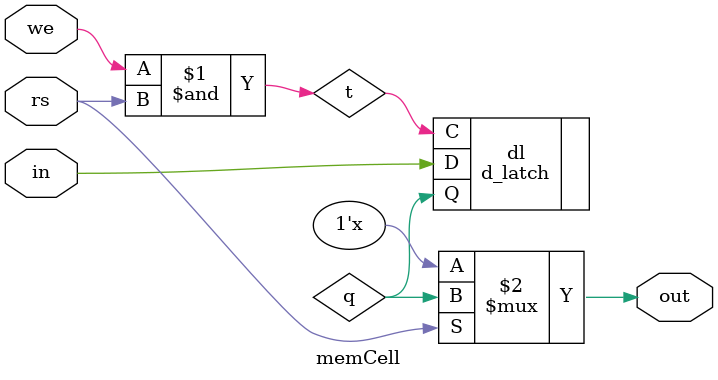
<source format=v>
module memCell (
  input in, rs, we, 
  output out);
  
  wire q, t;
  
  and i1 (t, we, rs);
  d_latch dl (.D(in), .C(t), .Q(q));  
  bufif1 b1 (out, q, rs);
  
endmodule

</source>
